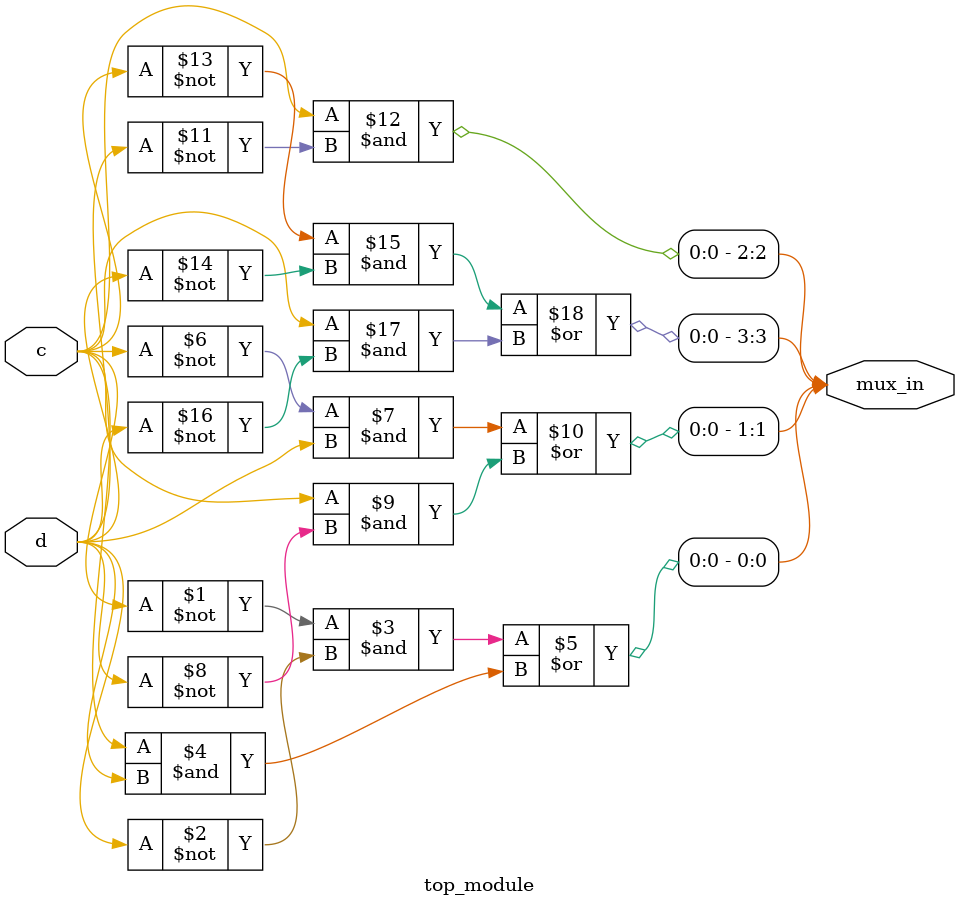
<source format=sv>
module top_module (
    input c,
    input d,
    output wire [3:0] mux_in
);

    // Implementing the Karnaugh Map using multiplexers
    // Creating a 2-to-1 multiplexer for each output bit of mux_in

    // First output bit mux_in[0]
    // Mux input selection based on c, d
    // c d = 00 -> mux_in[0] = 1'b0
    // c d = 01 -> mux_in[0] = 1'b1
    // c d = 11 -> mux_in[0] = 1'b1
    // c d = 10 -> mux_in[0] = 1'b1
    assign mux_in[0] = (~c & ~d) | (c & d);

    // Second output bit mux_in[1]
    // Mux input selection based on c, d
    // c d = 00 -> mux_in[1] = 1'b1
    // c d = 01 -> mux_in[1] = 1'b1
    // c d = 11 -> mux_in[1] = 1'b0
    // c d = 10 -> mux_in[1] = 1'b0
    assign mux_in[1] = (~c & d) | (c & ~d);

    // Third output bit mux_in[2]
    // Mux input selection based on c, d
    // c d = 00 -> mux_in[2] = 1'b0
    // c d = 01 -> mux_in[2] = 1'b0
    // c d = 11 -> mux_in[2] = 1'b0
    // c d = 10 -> mux_in[2] = 1'b1
    assign mux_in[2] = (c & ~d);

    // Fourth output bit mux_in[3]
    // Mux input selection based on c, d
    // c d = 00 -> mux_in[3] = 1'b1
    // c d = 01 -> mux_in[3] = 1'b0
    // c d = 11 -> mux_in[3] = 1'b0
    // c d = 10 -> mux_in[3] = 1'b1
    assign mux_in[3] = (~c & ~d) | (c & ~d);
endmodule

</source>
